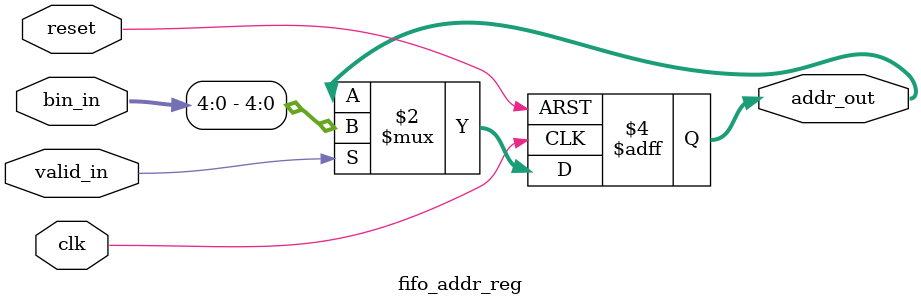
<source format=sv>

module fifo_ptr_sync_pipelined #(
    parameter ADDR_WIDTH = 5
)(
    input  wire                  wr_clk,
    input  wire                  rd_clk,
    input  wire                  reset,
    input  wire                  write,
    input  wire                  read,
    output wire                  full,
    output wire                  empty,
    output wire [ADDR_WIDTH-1:0] wr_addr,
    output wire [ADDR_WIDTH-1:0] rd_addr
);

    // Write pointer pipeline
    wire [ADDR_WIDTH:0] wr_ptr_bin_out;
    wire [ADDR_WIDTH:0] wr_ptr_gray_out;
    wire                write_valid_out;

    fifo_ptr_pipeline #(
        .ADDR_WIDTH(ADDR_WIDTH)
    ) u_wr_ptr_pipeline (
        .clk           (wr_clk),
        .reset         (reset),
        .enable        (write & ~full),
        .feedback_bin  (wr_ptr_bin_out),
        .ptr_bin_out   (wr_ptr_bin_out),
        .ptr_gray_out  (wr_ptr_gray_out),
        .valid_out     (write_valid_out)
    );

    // Read pointer pipeline
    wire [ADDR_WIDTH:0] rd_ptr_bin_out;
    wire [ADDR_WIDTH:0] rd_ptr_gray_out;
    wire                read_valid_out;

    fifo_ptr_pipeline #(
        .ADDR_WIDTH(ADDR_WIDTH)
    ) u_rd_ptr_pipeline (
        .clk           (rd_clk),
        .reset         (reset),
        .enable        (read & ~empty),
        .feedback_bin  (rd_ptr_bin_out),
        .ptr_bin_out   (rd_ptr_bin_out),
        .ptr_gray_out  (rd_ptr_gray_out),
        .valid_out     (read_valid_out)
    );

    // Write pointer Gray synchronization to read clock domain
    wire [ADDR_WIDTH:0] wr_ptr_gray_sync_to_rdclk;

    fifo_gray_sync #(
        .ADDR_WIDTH(ADDR_WIDTH)
    ) u_wr_ptr_gray_sync_to_rdclk (
        .clk        (rd_clk),
        .reset      (reset),
        .gray_in    (wr_ptr_gray_out),
        .gray_sync  (wr_ptr_gray_sync_to_rdclk)
    );

    // Read pointer Gray synchronization to write clock domain
    wire [ADDR_WIDTH:0] rd_ptr_gray_sync_to_wrclk;

    fifo_gray_sync #(
        .ADDR_WIDTH(ADDR_WIDTH)
    ) u_rd_ptr_gray_sync_to_wrclk (
        .clk        (wr_clk),
        .reset      (reset),
        .gray_in    (rd_ptr_gray_out),
        .gray_sync  (rd_ptr_gray_sync_to_wrclk)
    );

    // Full and empty flag generation
    wire full_flag;
    wire empty_flag;

    fifo_flag_gen #(
        .ADDR_WIDTH(ADDR_WIDTH)
    ) u_full_flag_gen (
        .clk           (wr_clk),
        .reset         (reset),
        .local_gray    (wr_ptr_gray_out),
        .remote_gray   (rd_ptr_gray_sync_to_wrclk),
        .flag_out      (full_flag),
        .is_full_empty (1'b1) // 1: full
    );

    fifo_flag_gen #(
        .ADDR_WIDTH(ADDR_WIDTH)
    ) u_empty_flag_gen (
        .clk           (rd_clk),
        .reset         (reset),
        .local_gray    (rd_ptr_gray_out),
        .remote_gray   (wr_ptr_gray_sync_to_rdclk),
        .flag_out      (empty_flag),
        .is_full_empty (1'b0) // 0: empty
    );

    // Address extraction logic
    fifo_addr_reg #(
        .ADDR_WIDTH(ADDR_WIDTH)
    ) u_wr_addr_reg (
        .clk       (wr_clk),
        .reset     (reset),
        .valid_in  (write_valid_out),
        .bin_in    (wr_ptr_bin_out),
        .addr_out  (wr_addr)
    );

    fifo_addr_reg #(
        .ADDR_WIDTH(ADDR_WIDTH)
    ) u_rd_addr_reg (
        .clk       (rd_clk),
        .reset     (reset),
        .valid_in  (read_valid_out),
        .bin_in    (rd_ptr_bin_out),
        .addr_out  (rd_addr)
    );

    assign full  = full_flag;
    assign empty = empty_flag;

endmodule

// =======================
// Pointer Pipeline Submodule
// =======================
// Handles pointer increment, Gray conversion, and 4-stage pipelining

module fifo_ptr_pipeline #(
    parameter ADDR_WIDTH = 5
)(
    input  wire                  clk,
    input  wire                  reset,
    input  wire                  enable,
    input  wire [ADDR_WIDTH:0]   feedback_bin,
    output reg  [ADDR_WIDTH:0]   ptr_bin_out,
    output reg  [ADDR_WIDTH:0]   ptr_gray_out,
    output reg                   valid_out
);
    // Stage registers
    reg [ADDR_WIDTH:0] bin_stage1, bin_stage2, bin_stage3, bin_stage4;
    reg [ADDR_WIDTH:0] gray_stage2, gray_stage3, gray_stage4;
    reg                valid_stage1, valid_stage2, valid_stage3, valid_stage4;

    wire [ADDR_WIDTH:0] bin_next_stage1;
    assign bin_next_stage1 = bin_stage1 + (enable ? 1'b1 : 1'b0);

    wire [ADDR_WIDTH:0] gray_next_stage2;
    assign gray_next_stage2 = (bin_next_stage1 >> 1) ^ bin_next_stage1;

    always @(posedge clk or posedge reset) begin
        if (reset) begin
            bin_stage1      <= { (ADDR_WIDTH+1){1'b0} };
            bin_stage2      <= { (ADDR_WIDTH+1){1'b0} };
            bin_stage3      <= { (ADDR_WIDTH+1){1'b0} };
            bin_stage4      <= { (ADDR_WIDTH+1){1'b0} };
            gray_stage2     <= { (ADDR_WIDTH+1){1'b0} };
            gray_stage3     <= { (ADDR_WIDTH+1){1'b0} };
            gray_stage4     <= { (ADDR_WIDTH+1){1'b0} };
            valid_stage1    <= 1'b0;
            valid_stage2    <= 1'b0;
            valid_stage3    <= 1'b0;
            valid_stage4    <= 1'b0;
        end else begin
            bin_stage1      <= feedback_bin; // feedback for continuous counting
            bin_stage2      <= bin_next_stage1;
            bin_stage3      <= bin_stage2;
            bin_stage4      <= bin_stage3;
            gray_stage2     <= gray_next_stage2;
            gray_stage3     <= gray_stage2;
            gray_stage4     <= gray_stage3;
            valid_stage1    <= 1'b1;
            valid_stage2    <= valid_stage1;
            valid_stage3    <= valid_stage2;
            valid_stage4    <= valid_stage3;
        end
    end

    always @(*) begin
        ptr_bin_out   = bin_stage4;
        ptr_gray_out  = gray_stage4;
        valid_out     = valid_stage4;
    end

endmodule

// =======================
// Gray Pointer Synchronizer Submodule
// =======================
// 2-flop synchronizer for pointer crossing clock domains

module fifo_gray_sync #(
    parameter ADDR_WIDTH = 5
)(
    input  wire                  clk,
    input  wire                  reset,
    input  wire [ADDR_WIDTH:0]   gray_in,
    output reg  [ADDR_WIDTH:0]   gray_sync
);
    reg [ADDR_WIDTH:0] sync_stage1, sync_stage2;

    always @(posedge clk or posedge reset) begin
        if (reset) begin
            sync_stage1 <= { (ADDR_WIDTH+1){1'b0} };
            sync_stage2 <= { (ADDR_WIDTH+1){1'b0} };
        end else begin
            sync_stage1 <= gray_in;
            sync_stage2 <= sync_stage1;
        end
    end

    always @(*) begin
        gray_sync = sync_stage2;
    end
endmodule

// =======================
// Full/Empty Flag Generator Submodule
// =======================
// Generates 'full' or 'empty' status by comparing Gray pointers

module fifo_flag_gen #(
    parameter ADDR_WIDTH = 5
)(
    input  wire                  clk,
    input  wire                  reset,
    input  wire [ADDR_WIDTH:0]   local_gray,
    input  wire [ADDR_WIDTH:0]   remote_gray,
    output reg                   flag_out,
    input  wire                  is_full_empty // 1: full, 0: empty
);
    reg flag_stage1, flag_stage2;

    always @(posedge clk or posedge reset) begin
        if (reset) begin
            if (is_full_empty)
                flag_stage1 <= 1'b0;
            else
                flag_stage1 <= 1'b1;

            flag_stage2 <= flag_stage1;
        end else begin
            if (is_full_empty) begin
                // Full condition: local_gray == {~remote_gray[ADDR_WIDTH:ADDR_WIDTH-1], remote_gray[ADDR_WIDTH-2:0]}
                flag_stage1 <= (local_gray == {~remote_gray[ADDR_WIDTH:ADDR_WIDTH-1], remote_gray[ADDR_WIDTH-2:0]});
            end else begin
                // Empty condition: local_gray == remote_gray
                flag_stage1 <= (local_gray == remote_gray);
            end
            flag_stage2 <= flag_stage1;
        end
    end

    always @(*) begin
        flag_out = flag_stage2;
    end
endmodule

// =======================
// Address Register Submodule
// =======================
// Registers the pointer's address portion for output

module fifo_addr_reg #(
    parameter ADDR_WIDTH = 5
)(
    input  wire                  clk,
    input  wire                  reset,
    input  wire                  valid_in,
    input  wire [ADDR_WIDTH:0]   bin_in,
    output reg  [ADDR_WIDTH-1:0] addr_out
);
    always @(posedge clk or posedge reset) begin
        if (reset) begin
            addr_out <= {ADDR_WIDTH{1'b0}};
        end else if (valid_in) begin
            addr_out <= bin_in[ADDR_WIDTH-1:0];
        end
    end
endmodule
</source>
